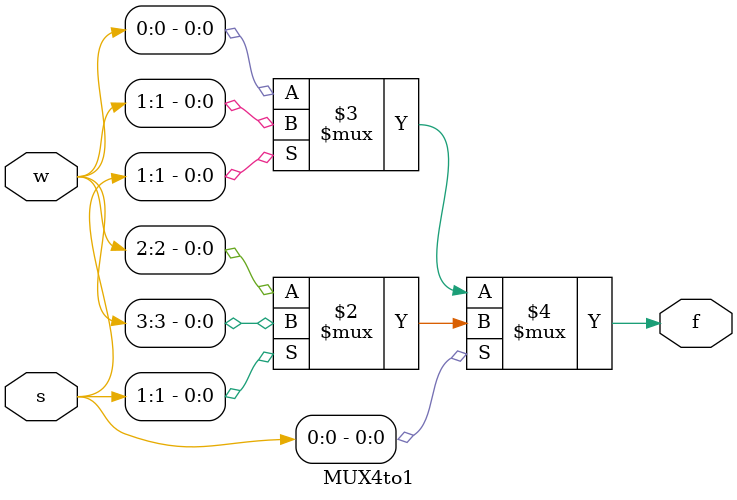
<source format=v>
module q4(g,b);
    input [3:0] g;
    output [3:0] b;

    assign b[3] = g[3];
    assign b[2] = b[3] ^ g[2];
    MUX4to1 stage0({g[1],~g[1],~g[1],g[1]},{g[3],g[2]},b[1]);
    assign b[0] = b[1] ^ g[0];

endmodule

module MUX4to1(w,s,f);
    input [3:0] w;
    input [1:0] s;
    output f;
    reg f;

    always @(w or s)
    f = s[0] ? ( s[1] ? w[3] : w[2] ) : ( s[1] ? w[1] : w[0]);

endmodule
</source>
